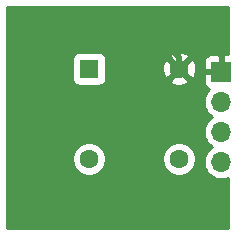
<source format=gbr>
%TF.GenerationSoftware,KiCad,Pcbnew,(5.1.9-0-10_14)*%
%TF.CreationDate,2021-09-10T16:08:35-07:00*%
%TF.ProjectId,CLOCK-MODULE,434c4f43-4b2d-44d4-9f44-554c452e6b69,rev?*%
%TF.SameCoordinates,Original*%
%TF.FileFunction,Copper,L2,Bot*%
%TF.FilePolarity,Positive*%
%FSLAX46Y46*%
G04 Gerber Fmt 4.6, Leading zero omitted, Abs format (unit mm)*
G04 Created by KiCad (PCBNEW (5.1.9-0-10_14)) date 2021-09-10 16:08:35*
%MOMM*%
%LPD*%
G01*
G04 APERTURE LIST*
%TA.AperFunction,ComponentPad*%
%ADD10O,1.700000X1.700000*%
%TD*%
%TA.AperFunction,ComponentPad*%
%ADD11R,1.700000X1.700000*%
%TD*%
%TA.AperFunction,ComponentPad*%
%ADD12R,1.600000X1.600000*%
%TD*%
%TA.AperFunction,ComponentPad*%
%ADD13C,1.600000*%
%TD*%
%TA.AperFunction,ViaPad*%
%ADD14C,0.800000*%
%TD*%
%TA.AperFunction,Conductor*%
%ADD15C,0.500000*%
%TD*%
%TA.AperFunction,Conductor*%
%ADD16C,0.254000*%
%TD*%
%TA.AperFunction,Conductor*%
%ADD17C,0.100000*%
%TD*%
G04 APERTURE END LIST*
D10*
%TO.P,J1,4*%
%TO.N,/5V*%
X8776000Y-3744000D03*
%TO.P,J1,3*%
%TO.N,/3V3*%
X8776000Y-1204000D03*
%TO.P,J1,2*%
%TO.N,/CLK_OUT*%
X8776000Y1336000D03*
D11*
%TO.P,J1,1*%
%TO.N,/GND*%
X8776000Y3876000D03*
%TD*%
D12*
%TO.P,X1,1*%
%TO.N,/OSC-EN*%
X-2400000Y4130000D03*
D13*
%TO.P,X1,8*%
%TO.N,/5V*%
X-2400000Y-3490000D03*
%TO.P,X1,5*%
%TO.N,/CLK-TO-LS*%
X5220000Y-3490000D03*
%TO.P,X1,4*%
%TO.N,/GND*%
X5220000Y4130000D03*
%TD*%
D14*
%TO.N,/GND*%
X3696000Y-5014000D03*
X902000Y5654000D03*
X-4178000Y320000D03*
%TD*%
D15*
%TO.N,/GND*%
X5220000Y5146000D02*
X5220000Y4130000D01*
X-4178000Y5654000D02*
X902000Y5654000D01*
X4712000Y5654000D02*
X5220000Y5146000D01*
X902000Y5654000D02*
X4712000Y5654000D01*
X-4178000Y320000D02*
X-4178000Y5654000D01*
X3442000Y-5268000D02*
X3696000Y-5014000D01*
X-4178000Y-5268000D02*
X3442000Y-5268000D01*
X-4178000Y320000D02*
X-4178000Y-5268000D01*
%TD*%
D16*
%TO.N,/GND*%
X9340001Y5362515D02*
X9061750Y5361000D01*
X8903000Y5202250D01*
X8903000Y4003000D01*
X8923000Y4003000D01*
X8923000Y3749000D01*
X8903000Y3749000D01*
X8903000Y3729000D01*
X8649000Y3729000D01*
X8649000Y3749000D01*
X7449750Y3749000D01*
X7291000Y3590250D01*
X7287928Y3026000D01*
X7300188Y2901518D01*
X7336498Y2781820D01*
X7395463Y2671506D01*
X7474815Y2574815D01*
X7571506Y2495463D01*
X7681820Y2436498D01*
X7754380Y2414487D01*
X7622525Y2282632D01*
X7460010Y2039411D01*
X7348068Y1769158D01*
X7291000Y1482260D01*
X7291000Y1189740D01*
X7348068Y902842D01*
X7460010Y632589D01*
X7622525Y389368D01*
X7829368Y182525D01*
X8003760Y66000D01*
X7829368Y-50525D01*
X7622525Y-257368D01*
X7460010Y-500589D01*
X7348068Y-770842D01*
X7291000Y-1057740D01*
X7291000Y-1350260D01*
X7348068Y-1637158D01*
X7460010Y-1907411D01*
X7622525Y-2150632D01*
X7829368Y-2357475D01*
X8003760Y-2474000D01*
X7829368Y-2590525D01*
X7622525Y-2797368D01*
X7460010Y-3040589D01*
X7348068Y-3310842D01*
X7291000Y-3597740D01*
X7291000Y-3890260D01*
X7348068Y-4177158D01*
X7460010Y-4447411D01*
X7622525Y-4690632D01*
X7829368Y-4897475D01*
X8072589Y-5059990D01*
X8342842Y-5171932D01*
X8629740Y-5229000D01*
X8922260Y-5229000D01*
X9209158Y-5171932D01*
X9340000Y-5117736D01*
X9340000Y-9340000D01*
X-9340000Y-9340000D01*
X-9340000Y-3348665D01*
X-3835000Y-3348665D01*
X-3835000Y-3631335D01*
X-3779853Y-3908574D01*
X-3671680Y-4169727D01*
X-3514637Y-4404759D01*
X-3314759Y-4604637D01*
X-3079727Y-4761680D01*
X-2818574Y-4869853D01*
X-2541335Y-4925000D01*
X-2258665Y-4925000D01*
X-1981426Y-4869853D01*
X-1720273Y-4761680D01*
X-1485241Y-4604637D01*
X-1285363Y-4404759D01*
X-1128320Y-4169727D01*
X-1020147Y-3908574D01*
X-965000Y-3631335D01*
X-965000Y-3348665D01*
X3785000Y-3348665D01*
X3785000Y-3631335D01*
X3840147Y-3908574D01*
X3948320Y-4169727D01*
X4105363Y-4404759D01*
X4305241Y-4604637D01*
X4540273Y-4761680D01*
X4801426Y-4869853D01*
X5078665Y-4925000D01*
X5361335Y-4925000D01*
X5638574Y-4869853D01*
X5899727Y-4761680D01*
X6134759Y-4604637D01*
X6334637Y-4404759D01*
X6491680Y-4169727D01*
X6599853Y-3908574D01*
X6655000Y-3631335D01*
X6655000Y-3348665D01*
X6599853Y-3071426D01*
X6491680Y-2810273D01*
X6334637Y-2575241D01*
X6134759Y-2375363D01*
X5899727Y-2218320D01*
X5638574Y-2110147D01*
X5361335Y-2055000D01*
X5078665Y-2055000D01*
X4801426Y-2110147D01*
X4540273Y-2218320D01*
X4305241Y-2375363D01*
X4105363Y-2575241D01*
X3948320Y-2810273D01*
X3840147Y-3071426D01*
X3785000Y-3348665D01*
X-965000Y-3348665D01*
X-1020147Y-3071426D01*
X-1128320Y-2810273D01*
X-1285363Y-2575241D01*
X-1485241Y-2375363D01*
X-1720273Y-2218320D01*
X-1981426Y-2110147D01*
X-2258665Y-2055000D01*
X-2541335Y-2055000D01*
X-2818574Y-2110147D01*
X-3079727Y-2218320D01*
X-3314759Y-2375363D01*
X-3514637Y-2575241D01*
X-3671680Y-2810273D01*
X-3779853Y-3071426D01*
X-3835000Y-3348665D01*
X-9340000Y-3348665D01*
X-9340000Y4930000D01*
X-3838072Y4930000D01*
X-3838072Y3330000D01*
X-3825812Y3205518D01*
X-3789502Y3085820D01*
X-3730537Y2975506D01*
X-3651185Y2878815D01*
X-3554494Y2799463D01*
X-3444180Y2740498D01*
X-3324482Y2704188D01*
X-3200000Y2691928D01*
X-1600000Y2691928D01*
X-1475518Y2704188D01*
X-1355820Y2740498D01*
X-1245506Y2799463D01*
X-1148815Y2878815D01*
X-1069463Y2975506D01*
X-1010498Y3085820D01*
X-994883Y3137298D01*
X4406903Y3137298D01*
X4478486Y2893329D01*
X4733996Y2772429D01*
X5008184Y2703700D01*
X5290512Y2689783D01*
X5570130Y2731213D01*
X5836292Y2826397D01*
X5961514Y2893329D01*
X6033097Y3137298D01*
X5220000Y3950395D01*
X4406903Y3137298D01*
X-994883Y3137298D01*
X-974188Y3205518D01*
X-961928Y3330000D01*
X-961928Y4059488D01*
X3779783Y4059488D01*
X3821213Y3779870D01*
X3916397Y3513708D01*
X3983329Y3388486D01*
X4227298Y3316903D01*
X5040395Y4130000D01*
X5399605Y4130000D01*
X6212702Y3316903D01*
X6456671Y3388486D01*
X6577571Y3643996D01*
X6646300Y3918184D01*
X6660217Y4200512D01*
X6618787Y4480130D01*
X6530860Y4726000D01*
X7287928Y4726000D01*
X7291000Y4161750D01*
X7449750Y4003000D01*
X8649000Y4003000D01*
X8649000Y5202250D01*
X8490250Y5361000D01*
X7926000Y5364072D01*
X7801518Y5351812D01*
X7681820Y5315502D01*
X7571506Y5256537D01*
X7474815Y5177185D01*
X7395463Y5080494D01*
X7336498Y4970180D01*
X7300188Y4850482D01*
X7287928Y4726000D01*
X6530860Y4726000D01*
X6523603Y4746292D01*
X6456671Y4871514D01*
X6212702Y4943097D01*
X5399605Y4130000D01*
X5040395Y4130000D01*
X4227298Y4943097D01*
X3983329Y4871514D01*
X3862429Y4616004D01*
X3793700Y4341816D01*
X3779783Y4059488D01*
X-961928Y4059488D01*
X-961928Y4930000D01*
X-974188Y5054482D01*
X-994882Y5122702D01*
X4406903Y5122702D01*
X5220000Y4309605D01*
X6033097Y5122702D01*
X5961514Y5366671D01*
X5706004Y5487571D01*
X5431816Y5556300D01*
X5149488Y5570217D01*
X4869870Y5528787D01*
X4603708Y5433603D01*
X4478486Y5366671D01*
X4406903Y5122702D01*
X-994882Y5122702D01*
X-1010498Y5174180D01*
X-1069463Y5284494D01*
X-1148815Y5381185D01*
X-1245506Y5460537D01*
X-1355820Y5519502D01*
X-1475518Y5555812D01*
X-1600000Y5568072D01*
X-3200000Y5568072D01*
X-3324482Y5555812D01*
X-3444180Y5519502D01*
X-3554494Y5460537D01*
X-3651185Y5381185D01*
X-3730537Y5284494D01*
X-3789502Y5174180D01*
X-3825812Y5054482D01*
X-3838072Y4930000D01*
X-9340000Y4930000D01*
X-9340000Y9340000D01*
X9340001Y9340000D01*
X9340001Y5362515D01*
%TA.AperFunction,Conductor*%
D17*
G36*
X9340001Y5362515D02*
G01*
X9061750Y5361000D01*
X8903000Y5202250D01*
X8903000Y4003000D01*
X8923000Y4003000D01*
X8923000Y3749000D01*
X8903000Y3749000D01*
X8903000Y3729000D01*
X8649000Y3729000D01*
X8649000Y3749000D01*
X7449750Y3749000D01*
X7291000Y3590250D01*
X7287928Y3026000D01*
X7300188Y2901518D01*
X7336498Y2781820D01*
X7395463Y2671506D01*
X7474815Y2574815D01*
X7571506Y2495463D01*
X7681820Y2436498D01*
X7754380Y2414487D01*
X7622525Y2282632D01*
X7460010Y2039411D01*
X7348068Y1769158D01*
X7291000Y1482260D01*
X7291000Y1189740D01*
X7348068Y902842D01*
X7460010Y632589D01*
X7622525Y389368D01*
X7829368Y182525D01*
X8003760Y66000D01*
X7829368Y-50525D01*
X7622525Y-257368D01*
X7460010Y-500589D01*
X7348068Y-770842D01*
X7291000Y-1057740D01*
X7291000Y-1350260D01*
X7348068Y-1637158D01*
X7460010Y-1907411D01*
X7622525Y-2150632D01*
X7829368Y-2357475D01*
X8003760Y-2474000D01*
X7829368Y-2590525D01*
X7622525Y-2797368D01*
X7460010Y-3040589D01*
X7348068Y-3310842D01*
X7291000Y-3597740D01*
X7291000Y-3890260D01*
X7348068Y-4177158D01*
X7460010Y-4447411D01*
X7622525Y-4690632D01*
X7829368Y-4897475D01*
X8072589Y-5059990D01*
X8342842Y-5171932D01*
X8629740Y-5229000D01*
X8922260Y-5229000D01*
X9209158Y-5171932D01*
X9340000Y-5117736D01*
X9340000Y-9340000D01*
X-9340000Y-9340000D01*
X-9340000Y-3348665D01*
X-3835000Y-3348665D01*
X-3835000Y-3631335D01*
X-3779853Y-3908574D01*
X-3671680Y-4169727D01*
X-3514637Y-4404759D01*
X-3314759Y-4604637D01*
X-3079727Y-4761680D01*
X-2818574Y-4869853D01*
X-2541335Y-4925000D01*
X-2258665Y-4925000D01*
X-1981426Y-4869853D01*
X-1720273Y-4761680D01*
X-1485241Y-4604637D01*
X-1285363Y-4404759D01*
X-1128320Y-4169727D01*
X-1020147Y-3908574D01*
X-965000Y-3631335D01*
X-965000Y-3348665D01*
X3785000Y-3348665D01*
X3785000Y-3631335D01*
X3840147Y-3908574D01*
X3948320Y-4169727D01*
X4105363Y-4404759D01*
X4305241Y-4604637D01*
X4540273Y-4761680D01*
X4801426Y-4869853D01*
X5078665Y-4925000D01*
X5361335Y-4925000D01*
X5638574Y-4869853D01*
X5899727Y-4761680D01*
X6134759Y-4604637D01*
X6334637Y-4404759D01*
X6491680Y-4169727D01*
X6599853Y-3908574D01*
X6655000Y-3631335D01*
X6655000Y-3348665D01*
X6599853Y-3071426D01*
X6491680Y-2810273D01*
X6334637Y-2575241D01*
X6134759Y-2375363D01*
X5899727Y-2218320D01*
X5638574Y-2110147D01*
X5361335Y-2055000D01*
X5078665Y-2055000D01*
X4801426Y-2110147D01*
X4540273Y-2218320D01*
X4305241Y-2375363D01*
X4105363Y-2575241D01*
X3948320Y-2810273D01*
X3840147Y-3071426D01*
X3785000Y-3348665D01*
X-965000Y-3348665D01*
X-1020147Y-3071426D01*
X-1128320Y-2810273D01*
X-1285363Y-2575241D01*
X-1485241Y-2375363D01*
X-1720273Y-2218320D01*
X-1981426Y-2110147D01*
X-2258665Y-2055000D01*
X-2541335Y-2055000D01*
X-2818574Y-2110147D01*
X-3079727Y-2218320D01*
X-3314759Y-2375363D01*
X-3514637Y-2575241D01*
X-3671680Y-2810273D01*
X-3779853Y-3071426D01*
X-3835000Y-3348665D01*
X-9340000Y-3348665D01*
X-9340000Y4930000D01*
X-3838072Y4930000D01*
X-3838072Y3330000D01*
X-3825812Y3205518D01*
X-3789502Y3085820D01*
X-3730537Y2975506D01*
X-3651185Y2878815D01*
X-3554494Y2799463D01*
X-3444180Y2740498D01*
X-3324482Y2704188D01*
X-3200000Y2691928D01*
X-1600000Y2691928D01*
X-1475518Y2704188D01*
X-1355820Y2740498D01*
X-1245506Y2799463D01*
X-1148815Y2878815D01*
X-1069463Y2975506D01*
X-1010498Y3085820D01*
X-994883Y3137298D01*
X4406903Y3137298D01*
X4478486Y2893329D01*
X4733996Y2772429D01*
X5008184Y2703700D01*
X5290512Y2689783D01*
X5570130Y2731213D01*
X5836292Y2826397D01*
X5961514Y2893329D01*
X6033097Y3137298D01*
X5220000Y3950395D01*
X4406903Y3137298D01*
X-994883Y3137298D01*
X-974188Y3205518D01*
X-961928Y3330000D01*
X-961928Y4059488D01*
X3779783Y4059488D01*
X3821213Y3779870D01*
X3916397Y3513708D01*
X3983329Y3388486D01*
X4227298Y3316903D01*
X5040395Y4130000D01*
X5399605Y4130000D01*
X6212702Y3316903D01*
X6456671Y3388486D01*
X6577571Y3643996D01*
X6646300Y3918184D01*
X6660217Y4200512D01*
X6618787Y4480130D01*
X6530860Y4726000D01*
X7287928Y4726000D01*
X7291000Y4161750D01*
X7449750Y4003000D01*
X8649000Y4003000D01*
X8649000Y5202250D01*
X8490250Y5361000D01*
X7926000Y5364072D01*
X7801518Y5351812D01*
X7681820Y5315502D01*
X7571506Y5256537D01*
X7474815Y5177185D01*
X7395463Y5080494D01*
X7336498Y4970180D01*
X7300188Y4850482D01*
X7287928Y4726000D01*
X6530860Y4726000D01*
X6523603Y4746292D01*
X6456671Y4871514D01*
X6212702Y4943097D01*
X5399605Y4130000D01*
X5040395Y4130000D01*
X4227298Y4943097D01*
X3983329Y4871514D01*
X3862429Y4616004D01*
X3793700Y4341816D01*
X3779783Y4059488D01*
X-961928Y4059488D01*
X-961928Y4930000D01*
X-974188Y5054482D01*
X-994882Y5122702D01*
X4406903Y5122702D01*
X5220000Y4309605D01*
X6033097Y5122702D01*
X5961514Y5366671D01*
X5706004Y5487571D01*
X5431816Y5556300D01*
X5149488Y5570217D01*
X4869870Y5528787D01*
X4603708Y5433603D01*
X4478486Y5366671D01*
X4406903Y5122702D01*
X-994882Y5122702D01*
X-1010498Y5174180D01*
X-1069463Y5284494D01*
X-1148815Y5381185D01*
X-1245506Y5460537D01*
X-1355820Y5519502D01*
X-1475518Y5555812D01*
X-1600000Y5568072D01*
X-3200000Y5568072D01*
X-3324482Y5555812D01*
X-3444180Y5519502D01*
X-3554494Y5460537D01*
X-3651185Y5381185D01*
X-3730537Y5284494D01*
X-3789502Y5174180D01*
X-3825812Y5054482D01*
X-3838072Y4930000D01*
X-9340000Y4930000D01*
X-9340000Y9340000D01*
X9340001Y9340000D01*
X9340001Y5362515D01*
G37*
%TD.AperFunction*%
%TD*%
M02*

</source>
